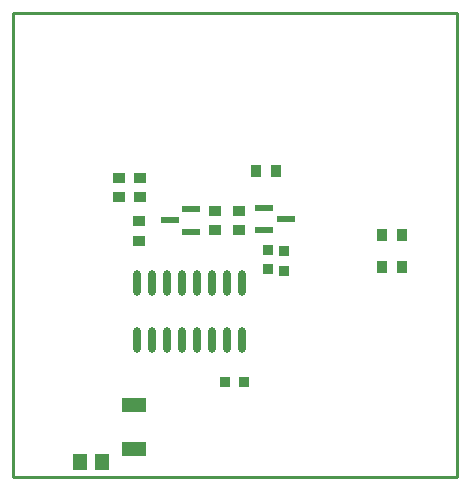
<source format=gbp>
G04*
G04 #@! TF.GenerationSoftware,Altium Limited,Altium Designer,20.1.12 (249)*
G04*
G04 Layer_Color=128*
%FSLAX25Y25*%
%MOIN*%
G70*
G04*
G04 #@! TF.SameCoordinates,74860364-7C4C-4BB1-8EB4-A47DF166201D*
G04*
G04*
G04 #@! TF.FilePolarity,Positive*
G04*
G01*
G75*
%ADD14C,0.01000*%
%ADD20R,0.03937X0.03740*%
%ADD21R,0.03543X0.03347*%
%ADD22R,0.03347X0.03543*%
%ADD24R,0.03740X0.03937*%
%ADD62R,0.04528X0.05512*%
%ADD63O,0.02362X0.08661*%
%ADD64R,0.07874X0.04921*%
%ADD65R,0.06299X0.02362*%
D14*
X0Y0D02*
X148000D01*
Y154500D01*
X0D02*
X148000D01*
X0Y0D02*
Y154500D01*
D20*
X42500Y99748D02*
D03*
Y93252D02*
D03*
X35500D02*
D03*
Y99748D02*
D03*
X42000Y78752D02*
D03*
Y85248D02*
D03*
X67500Y82252D02*
D03*
Y88748D02*
D03*
X75500Y82252D02*
D03*
Y88748D02*
D03*
D21*
X85000Y75748D02*
D03*
Y69252D02*
D03*
X90500Y75248D02*
D03*
Y68752D02*
D03*
D22*
X77248Y31500D02*
D03*
X70752D02*
D03*
D24*
X81252Y102000D02*
D03*
X87748D02*
D03*
X129748Y70000D02*
D03*
X123252D02*
D03*
X129748Y80500D02*
D03*
X123252D02*
D03*
D62*
X29784Y5000D02*
D03*
X22500D02*
D03*
D63*
X76500Y45551D02*
D03*
X71500D02*
D03*
X66500D02*
D03*
X61500D02*
D03*
X56500D02*
D03*
X51500D02*
D03*
X46500D02*
D03*
X41500D02*
D03*
X76500Y64449D02*
D03*
X71500D02*
D03*
X66500D02*
D03*
X61500D02*
D03*
X56500D02*
D03*
X51500D02*
D03*
X46500D02*
D03*
X41500D02*
D03*
D64*
X40500Y9118D02*
D03*
Y23882D02*
D03*
D65*
X91000Y86000D02*
D03*
X83913Y89740D02*
D03*
Y82260D02*
D03*
X52457Y85500D02*
D03*
X59543Y81760D02*
D03*
Y89240D02*
D03*
M02*

</source>
